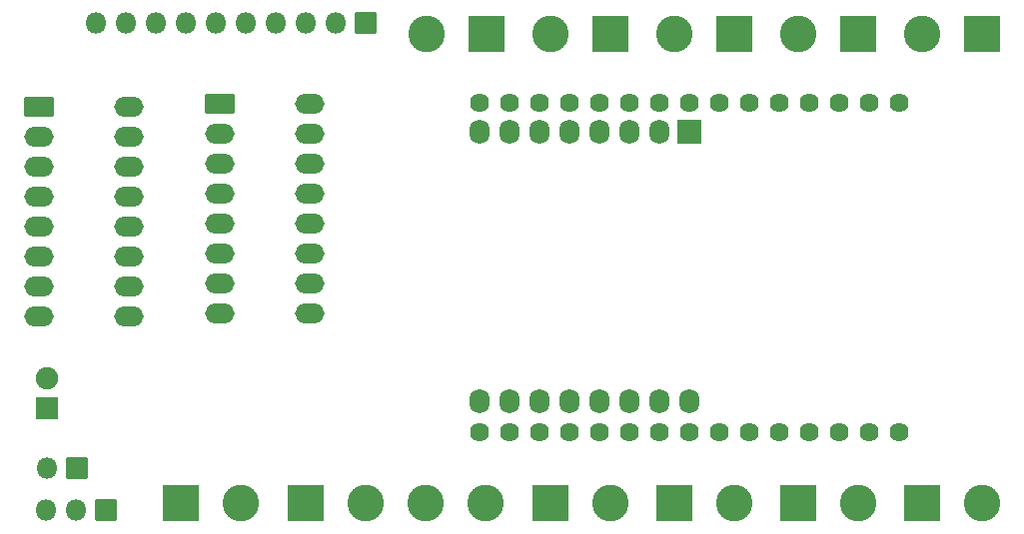
<source format=gbs>
%TF.GenerationSoftware,KiCad,Pcbnew,(6.0.4)*%
%TF.CreationDate,2022-05-09T12:24:25+01:00*%
%TF.ProjectId,light_remote_controller,6c696768-745f-4726-956d-6f74655f636f,v0.1*%
%TF.SameCoordinates,Original*%
%TF.FileFunction,Soldermask,Bot*%
%TF.FilePolarity,Negative*%
%FSLAX46Y46*%
G04 Gerber Fmt 4.6, Leading zero omitted, Abs format (unit mm)*
G04 Created by KiCad (PCBNEW (6.0.4)) date 2022-05-09 12:24:25*
%MOMM*%
%LPD*%
G01*
G04 APERTURE LIST*
G04 Aperture macros list*
%AMRoundRect*
0 Rectangle with rounded corners*
0 $1 Rounding radius*
0 $2 $3 $4 $5 $6 $7 $8 $9 X,Y pos of 4 corners*
0 Add a 4 corners polygon primitive as box body*
4,1,4,$2,$3,$4,$5,$6,$7,$8,$9,$2,$3,0*
0 Add four circle primitives for the rounded corners*
1,1,$1+$1,$2,$3*
1,1,$1+$1,$4,$5*
1,1,$1+$1,$6,$7*
1,1,$1+$1,$8,$9*
0 Add four rect primitives between the rounded corners*
20,1,$1+$1,$2,$3,$4,$5,0*
20,1,$1+$1,$4,$5,$6,$7,0*
20,1,$1+$1,$6,$7,$8,$9,0*
20,1,$1+$1,$8,$9,$2,$3,0*%
G04 Aperture macros list end*
%ADD10RoundRect,0.050000X-0.850000X0.850000X-0.850000X-0.850000X0.850000X-0.850000X0.850000X0.850000X0*%
%ADD11O,1.800000X1.800000*%
%ADD12RoundRect,0.050000X1.500000X1.500000X-1.500000X1.500000X-1.500000X-1.500000X1.500000X-1.500000X0*%
%ADD13C,3.100000*%
%ADD14RoundRect,0.050000X-1.500000X-1.500000X1.500000X-1.500000X1.500000X1.500000X-1.500000X1.500000X0*%
%ADD15RoundRect,0.050000X0.900000X-0.900000X0.900000X0.900000X-0.900000X0.900000X-0.900000X-0.900000X0*%
%ADD16C,1.900000*%
%ADD17RoundRect,0.050000X-1.200000X-0.800000X1.200000X-0.800000X1.200000X0.800000X-1.200000X0.800000X0*%
%ADD18O,2.500000X1.700000*%
%ADD19C,1.624000*%
%ADD20RoundRect,0.050000X-1.000000X1.000000X-1.000000X-1.000000X1.000000X-1.000000X1.000000X1.000000X0*%
%ADD21O,1.700000X2.100000*%
G04 APERTURE END LIST*
D10*
X182580000Y-84300000D03*
D11*
X180040000Y-84300000D03*
X177500000Y-84300000D03*
D12*
X256800000Y-43900000D03*
D13*
X251720000Y-43900000D03*
D14*
X188920000Y-83700000D03*
D13*
X194000000Y-83700000D03*
D15*
X177600000Y-75700000D03*
D16*
X177600000Y-73160000D03*
D12*
X214800000Y-43900000D03*
D13*
X209720000Y-43900000D03*
D17*
X176900000Y-50100000D03*
D18*
X176900000Y-52640000D03*
X176900000Y-55180000D03*
X176900000Y-57720000D03*
X176900000Y-60260000D03*
X176900000Y-62800000D03*
X176900000Y-65340000D03*
X176900000Y-67880000D03*
X184520000Y-67880000D03*
X184520000Y-65340000D03*
X184520000Y-62800000D03*
X184520000Y-60260000D03*
X184520000Y-57720000D03*
X184520000Y-55180000D03*
X184520000Y-52640000D03*
X184520000Y-50100000D03*
D14*
X241220000Y-83700000D03*
D13*
X246300000Y-83700000D03*
D19*
X249775000Y-49730000D03*
X247235000Y-49730000D03*
X244695000Y-49730000D03*
X242155000Y-49730000D03*
X239615000Y-49730000D03*
X237075000Y-49730000D03*
X234535000Y-49730000D03*
X231995000Y-49730000D03*
X229455000Y-49730000D03*
X226915000Y-49730000D03*
X224375000Y-49730000D03*
X221835000Y-49730000D03*
X219295000Y-49730000D03*
X216755000Y-49730000D03*
X214215000Y-49730000D03*
X214215000Y-77670000D03*
X216755000Y-77670000D03*
X219295000Y-77670000D03*
X221835000Y-77670000D03*
X224375000Y-77670000D03*
X226915000Y-77670000D03*
X229455000Y-77670000D03*
X231995000Y-77670000D03*
X234535000Y-77670000D03*
X237075000Y-77670000D03*
X239615000Y-77670000D03*
X242155000Y-77670000D03*
X244695000Y-77670000D03*
X247235000Y-77670000D03*
X249775000Y-77670000D03*
D12*
X225300000Y-43900000D03*
D13*
X220220000Y-43900000D03*
D14*
X220220000Y-83700000D03*
D13*
X225300000Y-83700000D03*
D12*
X235800000Y-43900000D03*
D13*
X230720000Y-43900000D03*
D10*
X180100000Y-80700000D03*
D11*
X177560000Y-80700000D03*
D10*
X204600000Y-43000000D03*
D11*
X202060000Y-43000000D03*
X199520000Y-43000000D03*
X196980000Y-43000000D03*
X194440000Y-43000000D03*
X191900000Y-43000000D03*
X189360000Y-43000000D03*
X186820000Y-43000000D03*
X184280000Y-43000000D03*
X181740000Y-43000000D03*
D20*
X232000000Y-52200000D03*
D21*
X229460000Y-52200000D03*
X226920000Y-52200000D03*
X224380000Y-52200000D03*
X221840000Y-52200000D03*
X219300000Y-52200000D03*
X216760000Y-52200000D03*
X214220000Y-52200000D03*
X214220000Y-75060000D03*
X216760000Y-75060000D03*
X219300000Y-75060000D03*
X221840000Y-75060000D03*
X224380000Y-75060000D03*
X226920000Y-75060000D03*
X229460000Y-75060000D03*
X232000000Y-75060000D03*
D14*
X251720000Y-83700000D03*
D13*
X256800000Y-83700000D03*
D14*
X230720000Y-83700000D03*
D13*
X235800000Y-83700000D03*
D12*
X246300000Y-43900000D03*
D13*
X241220000Y-43900000D03*
D17*
X192180000Y-49860000D03*
D18*
X192180000Y-52400000D03*
X192180000Y-54940000D03*
X192180000Y-57480000D03*
X192180000Y-60020000D03*
X192180000Y-62560000D03*
X192180000Y-65100000D03*
X192180000Y-67640000D03*
X199800000Y-67640000D03*
X199800000Y-65100000D03*
X199800000Y-62560000D03*
X199800000Y-60020000D03*
X199800000Y-57480000D03*
X199800000Y-54940000D03*
X199800000Y-52400000D03*
X199800000Y-49860000D03*
D14*
X199480000Y-83700000D03*
D13*
X204560000Y-83700000D03*
X209640000Y-83700000D03*
X214720000Y-83700000D03*
M02*

</source>
